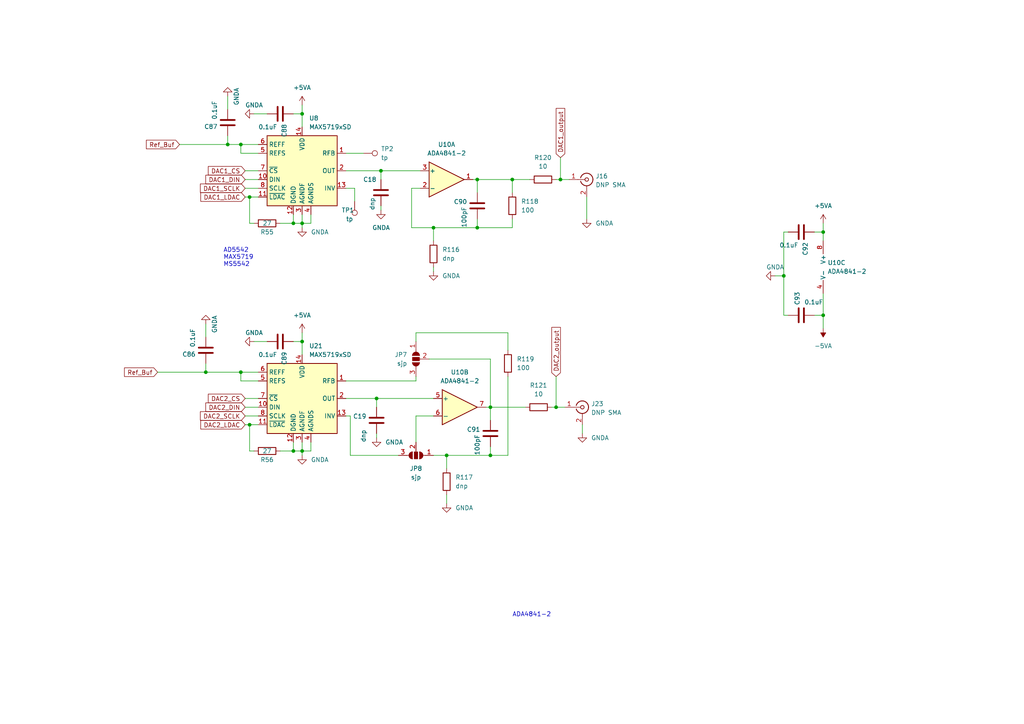
<source format=kicad_sch>
(kicad_sch (version 20211123) (generator eeschema)
  (paper "A4")
  (lib_symbols
    (symbol "Amplifier_Operational:NE5532" (pin_names (offset 0.127))
      (property "Reference" "U" (at 0 5.08 0))
      (property "Value" "NE5532" (at 0 -5.08 0))
      (symbol "NE5532_1_1"
        (polyline (pts (xy -5.08 5.08) (xy 5.08 0) (xy -5.08 -5.08) (xy -5.08 5.08)) (stroke (width 0.254)) (fill (type background)))
        (pin output line (at 7.62 0 180) (length 2.54) (name "~") (number "1"))
        (pin input line (at -7.62 -2.54 0) (length 2.54) (name "-") (number "2"))
        (pin input line (at -7.62 2.54 0) (length 2.54) (name "+") (number "3"))
      )
      (symbol "NE5532_2_1"
        (polyline (pts (xy -5.08 5.08) (xy 5.08 0) (xy -5.08 -5.08) (xy -5.08 5.08)) (stroke (width 0.254)) (fill (type background)))
        (pin input line (at -7.62 2.54 0) (length 2.54) (name "+") (number "5"))
        (pin input line (at -7.62 -2.54 0) (length 2.54) (name "-") (number "6"))
        (pin output line (at 7.62 0 180) (length 2.54) (name "~") (number "7"))
      )
      (symbol "NE5532_3_1"
        (pin power_in line (at -2.54 -7.62 90) (length 3.81) (name "V-") (number "4"))
        (pin power_in line (at -2.54 7.62 270) (length 3.81) (name "V+") (number "8"))
      )
    )
    (symbol "Analog_DAC:MAX5719xSD"
      (property "Reference" "U" (at -10.16 11.43 0))
      (property "Value" "MAX5719xSD" (at 1.27 11.43 0))
      (symbol "MAX5719xSD_0_1"
        (rectangle (start -10.16 10.16) (end 10.16 -10.16) (stroke (width 0.254)) (fill (type background)))
      )
      (symbol "MAX5719xSD_1_1"
        (pin passive line (at 12.7 5.08 180) (length 2.54) (name "RFB") (number "1"))
        (pin input line (at -12.7 -2.54 0) (length 2.54) (name "DIN") (number "10"))
        (pin input line (at -12.7 -7.62 0) (length 2.54) (name "~{LDAC}") (number "11"))
        (pin power_in line (at -2.54 -12.7 90) (length 2.54) (name "DGND") (number "12"))
        (pin passive line (at 12.7 -5.08 180) (length 2.54) (name "INV") (number "13"))
        (pin power_in line (at 0 12.7 270) (length 2.54) (name "VDD") (number "14"))
        (pin output line (at 12.7 0 180) (length 2.54) (name "OUT") (number "2"))
        (pin power_in line (at 0 -12.7 90) (length 2.54) (name "AGNDF") (number "3"))
        (pin power_in line (at 2.54 -12.7 90) (length 2.54) (name "AGNDS") (number "4"))
        (pin input line (at -12.7 5.08 0) (length 2.54) (name "REFS") (number "5"))
        (pin input line (at -12.7 7.62 0) (length 2.54) (name "REFF") (number "6"))
        (pin input line (at -12.7 0 0) (length 2.54) (name "~{CS}") (number "7"))
        (pin input line (at -12.7 -5.08 0) (length 2.54) (name "SCLK") (number "8"))
        (pin no_connect line (at 10.16 -7.62 180) (length 2.54) hide (name "NC") (number "9"))
      )
    )
    (symbol "Connector:Conn_Coaxial" (pin_names (offset 1.016) hide)
      (property "Reference" "J" (at 0.254 3.048 0))
      (property "Value" "Conn_Coaxial" (at 2.921 0 90))
      (symbol "Conn_Coaxial_0_1"
        (arc (start -1.778 -0.508) (mid 0.2311 -1.8066) (end 1.778 0) (stroke (width 0.254)))
        (polyline (pts (xy -2.54 0) (xy -0.508 0)))
        (polyline (pts (xy 0 -2.54) (xy 0 -1.778)))
        (circle (center 0 0) (radius 0.508) (stroke (width 0.2032)))
        (arc (start 1.778 0) (mid 0.2099 1.8101) (end -1.778 0.508) (stroke (width 0.254)))
      )
      (symbol "Conn_Coaxial_1_1"
        (pin passive line (at -5.08 0 0) (length 2.54) (name "In") (number "1"))
        (pin passive line (at 0 -5.08 90) (length 2.54) (name "Ext") (number "2"))
      )
    )
    (symbol "Connector:TestPoint" (pin_numbers hide) (pin_names (offset 0.762) hide)
      (property "Reference" "TP" (at 0 6.858 0))
      (property "Value" "TestPoint" (at 0 5.08 0))
      (symbol "TestPoint_0_1"
        (circle (center 0 3.302) (radius 0.762))
      )
      (symbol "TestPoint_1_1"
        (pin passive line (at 0 0 90) (length 2.54) (name "1") (number "1"))
      )
    )
    (symbol "Device:C" (pin_numbers hide) (pin_names (offset 0.254))
      (property "Reference" "C" (at 0.635 2.54 0))
      (property "Value" "C" (at 0.635 -2.54 0))
      (symbol "C_0_1"
        (polyline (pts (xy -2.032 -0.762) (xy 2.032 -0.762)) (stroke (width 0.508)))
        (polyline (pts (xy -2.032 0.762) (xy 2.032 0.762)) (stroke (width 0.508)))
      )
      (symbol "C_1_1"
        (pin passive line (at 0 3.81 270) (length 2.794) (name "~") (number "1"))
        (pin passive line (at 0 -3.81 90) (length 2.794) (name "~") (number "2"))
      )
    )
    (symbol "Device:R" (pin_numbers hide) (pin_names (offset 0))
      (property "Reference" "R" (at 2.032 0 90))
      (property "Value" "R" (at 0 0 90))
      (symbol "R_0_1"
        (rectangle (start -1.016 -2.54) (end 1.016 2.54) (stroke (width 0.254)))
      )
      (symbol "R_1_1"
        (pin passive line (at 0 3.81 270) (length 1.27) (name "~") (number "1"))
        (pin passive line (at 0 -3.81 90) (length 1.27) (name "~") (number "2"))
      )
    )
    (symbol "Jumper:SolderJumper_3_Open" (pin_names (offset 0) hide)
      (property "Reference" "JP" (at -2.54 -2.54 0))
      (property "Value" "SolderJumper_3_Open" (at 0 2.794 0))
      (symbol "SolderJumper_3_Open_0_1"
        (arc (start -1.016 1.016) (mid -2.032 0) (end -1.016 -1.016))
        (arc (start -1.016 1.016) (mid -2.032 0) (end -1.016 -1.016) (fill (type outline)))
        (rectangle (start -0.508 1.016) (end 0.508 -1.016) (fill (type outline)))
        (polyline (pts (xy -2.54 0) (xy -2.032 0)))
        (polyline (pts (xy -1.016 1.016) (xy -1.016 -1.016)))
        (polyline (pts (xy 0 -1.27) (xy 0 -1.016)))
        (polyline (pts (xy 1.016 1.016) (xy 1.016 -1.016)))
        (polyline (pts (xy 2.54 0) (xy 2.032 0)))
        (arc (start 1.016 -1.016) (mid 2.032 0) (end 1.016 1.016))
        (arc (start 1.016 -1.016) (mid 2.032 0) (end 1.016 1.016) (fill (type outline)))
      )
      (symbol "SolderJumper_3_Open_1_1"
        (pin passive line (at -5.08 0 0) (length 2.54) (name "A") (number "1"))
        (pin passive line (at 0 -3.81 90) (length 2.54) (name "C") (number "2"))
        (pin passive line (at 5.08 0 180) (length 2.54) (name "B") (number "3"))
      )
    )
    (symbol "power:+5VA" (power) (pin_names (offset 0))
      (property "Value" "+5VA" (at 0 3.556 0))
      (symbol "+5VA_0_1"
        (polyline (pts (xy -0.762 1.27) (xy 0 2.54)))
        (polyline (pts (xy 0 0) (xy 0 2.54)))
        (polyline (pts (xy 0 2.54) (xy 0.762 1.27)))
      )
      (symbol "+5VA_1_1"
        (pin power_in line (at 0 0 90) (length 0) hide (name "+5VA") (number "1"))
      )
    )
    (symbol "power:-5VA" (power) (pin_names (offset 0))
      (property "Value" "-5VA" (at 0 3.81 0))
      (symbol "-5VA_0_0"
        (pin power_in line (at 0 0 90) (length 0) hide (name "-5VA") (number "1"))
      )
      (symbol "-5VA_0_1"
        (polyline (pts (xy 0 0) (xy 0 1.27) (xy 0.762 1.27) (xy 0 2.54) (xy -0.762 1.27) (xy 0 1.27)) (fill (type outline)))
      )
    )
    (symbol "power:GNDA" (power) (pin_names (offset 0))
      (property "Value" "GNDA" (at 0 -3.81 0))
      (symbol "GNDA_0_1"
        (polyline (pts (xy 0 0) (xy 0 -1.27) (xy 1.27 -1.27) (xy 0 -2.54) (xy -1.27 -1.27) (xy 0 -1.27)))
      )
      (symbol "GNDA_1_1"
        (pin power_in line (at 0 0 270) (length 0) hide (name "GNDA") (number "1"))
      )
    )
  )
  (junction (at 87.63 130.81))
  (junction (at 59.69 107.95))
  (junction (at 87.63 99.06))
  (junction (at 238.76 67.31))
  (junction (at 161.29 118.11))
  (junction (at 87.63 64.77))
  (junction (at 238.76 91.44))
  (junction (at 69.85 41.91))
  (junction (at 109.22 115.57))
  (junction (at 72.39 123.19))
  (junction (at 142.24 118.11))
  (junction (at 125.73 66.04))
  (junction (at 148.59 52.07))
  (junction (at 227.33 80.01))
  (junction (at 66.04 41.91))
  (junction (at 110.49 49.53))
  (junction (at 85.09 64.77))
  (junction (at 85.09 130.81))
  (junction (at 87.63 33.02))
  (junction (at 162.56 52.07))
  (junction (at 142.24 132.08))
  (junction (at 138.43 66.04))
  (junction (at 72.39 57.15))
  (junction (at 129.54 132.08))
  (junction (at 138.43 52.07))
  (junction (at 69.85 107.95))
  (wire (pts (xy 227.33 91.44) (xy 228.6 91.44)))
  (wire (pts (xy 109.22 115.57) (xy 125.73 115.57)))
  (wire (pts (xy 125.73 78.74) (xy 125.73 77.47)))
  (wire (pts (xy 85.09 128.27) (xy 85.09 130.81)))
  (wire (pts (xy 66.04 39.37) (xy 66.04 41.91)))
  (wire (pts (xy 87.63 128.27) (xy 87.63 130.81)))
  (wire (pts (xy 71.12 52.07) (xy 74.93 52.07)))
  (wire (pts (xy 100.33 44.45) (xy 105.41 44.45)))
  (wire (pts (xy 100.33 115.57) (xy 109.22 115.57)))
  (wire (pts (xy 100.33 49.53) (xy 110.49 49.53)))
  (wire (pts (xy 110.49 60.96) (xy 110.49 59.69)))
  (wire (pts (xy 161.29 52.07) (xy 162.56 52.07)))
  (wire (pts (xy 90.17 130.81) (xy 87.63 130.81)))
  (wire (pts (xy 168.91 125.73) (xy 168.91 123.19)))
  (wire (pts (xy 69.85 110.49) (xy 74.93 110.49)))
  (wire (pts (xy 119.38 54.61) (xy 121.92 54.61)))
  (wire (pts (xy 45.72 107.95) (xy 59.69 107.95)))
  (wire (pts (xy 238.76 91.44) (xy 236.22 91.44)))
  (wire (pts (xy 236.22 67.31) (xy 238.76 67.31)))
  (wire (pts (xy 142.24 129.54) (xy 142.24 132.08)))
  (wire (pts (xy 120.65 128.27) (xy 120.65 120.65)))
  (wire (pts (xy 69.85 41.91) (xy 74.93 41.91)))
  (wire (pts (xy 124.46 104.14) (xy 142.24 104.14)))
  (wire (pts (xy 87.63 30.48) (xy 87.63 33.02)))
  (wire (pts (xy 66.04 41.91) (xy 69.85 41.91)))
  (wire (pts (xy 148.59 55.88) (xy 148.59 52.07)))
  (wire (pts (xy 138.43 66.04) (xy 125.73 66.04)))
  (wire (pts (xy 87.63 33.02) (xy 87.63 36.83)))
  (wire (pts (xy 148.59 52.07) (xy 153.67 52.07)))
  (wire (pts (xy 85.09 64.77) (xy 87.63 64.77)))
  (wire (pts (xy 125.73 69.85) (xy 125.73 66.04)))
  (wire (pts (xy 71.12 49.53) (xy 74.93 49.53)))
  (wire (pts (xy 170.18 63.5) (xy 170.18 57.15)))
  (wire (pts (xy 138.43 66.04) (xy 148.59 66.04)))
  (wire (pts (xy 81.28 130.81) (xy 85.09 130.81)))
  (wire (pts (xy 52.07 41.91) (xy 66.04 41.91)))
  (wire (pts (xy 147.32 109.22) (xy 147.32 132.08)))
  (wire (pts (xy 85.09 62.23) (xy 85.09 64.77)))
  (wire (pts (xy 90.17 64.77) (xy 87.63 64.77)))
  (wire (pts (xy 160.02 118.11) (xy 161.29 118.11)))
  (wire (pts (xy 72.39 123.19) (xy 74.93 123.19)))
  (wire (pts (xy 87.63 99.06) (xy 87.63 102.87)))
  (wire (pts (xy 59.69 107.95) (xy 69.85 107.95)))
  (wire (pts (xy 71.12 123.19) (xy 72.39 123.19)))
  (wire (pts (xy 147.32 132.08) (xy 142.24 132.08)))
  (wire (pts (xy 129.54 132.08) (xy 125.73 132.08)))
  (wire (pts (xy 238.76 67.31) (xy 238.76 69.85)))
  (wire (pts (xy 138.43 52.07) (xy 148.59 52.07)))
  (wire (pts (xy 161.29 109.22) (xy 161.29 118.11)))
  (wire (pts (xy 69.85 41.91) (xy 69.85 44.45)))
  (wire (pts (xy 138.43 55.88) (xy 138.43 52.07)))
  (wire (pts (xy 138.43 63.5) (xy 138.43 66.04)))
  (wire (pts (xy 77.47 33.02) (xy 73.66 33.02)))
  (wire (pts (xy 120.65 109.22) (xy 120.65 110.49)))
  (wire (pts (xy 73.66 64.77) (xy 72.39 64.77)))
  (wire (pts (xy 142.24 104.14) (xy 142.24 118.11)))
  (wire (pts (xy 85.09 130.81) (xy 87.63 130.81)))
  (wire (pts (xy 161.29 118.11) (xy 163.83 118.11)))
  (wire (pts (xy 77.47 99.06) (xy 73.66 99.06)))
  (wire (pts (xy 69.85 44.45) (xy 74.93 44.45)))
  (wire (pts (xy 129.54 146.05) (xy 129.54 143.51)))
  (wire (pts (xy 120.65 99.06) (xy 120.65 96.52)))
  (wire (pts (xy 238.76 64.77) (xy 238.76 67.31)))
  (wire (pts (xy 72.39 130.81) (xy 72.39 123.19)))
  (wire (pts (xy 72.39 64.77) (xy 72.39 57.15)))
  (wire (pts (xy 73.66 130.81) (xy 72.39 130.81)))
  (wire (pts (xy 162.56 52.07) (xy 165.1 52.07)))
  (wire (pts (xy 87.63 96.52) (xy 87.63 99.06)))
  (wire (pts (xy 100.33 120.65) (xy 101.6 120.65)))
  (wire (pts (xy 90.17 128.27) (xy 90.17 130.81)))
  (wire (pts (xy 110.49 49.53) (xy 121.92 49.53)))
  (wire (pts (xy 142.24 118.11) (xy 152.4 118.11)))
  (wire (pts (xy 120.65 120.65) (xy 125.73 120.65)))
  (wire (pts (xy 119.38 66.04) (xy 125.73 66.04)))
  (wire (pts (xy 85.09 99.06) (xy 87.63 99.06)))
  (wire (pts (xy 69.85 107.95) (xy 69.85 110.49)))
  (wire (pts (xy 101.6 120.65) (xy 101.6 132.08)))
  (wire (pts (xy 71.12 57.15) (xy 72.39 57.15)))
  (wire (pts (xy 59.69 97.79) (xy 59.69 93.98)))
  (wire (pts (xy 72.39 57.15) (xy 74.93 57.15)))
  (wire (pts (xy 71.12 120.65) (xy 74.93 120.65)))
  (wire (pts (xy 148.59 63.5) (xy 148.59 66.04)))
  (wire (pts (xy 224.79 80.01) (xy 227.33 80.01)))
  (wire (pts (xy 142.24 118.11) (xy 140.97 118.11)))
  (wire (pts (xy 71.12 54.61) (xy 74.93 54.61)))
  (wire (pts (xy 59.69 105.41) (xy 59.69 107.95)))
  (wire (pts (xy 227.33 80.01) (xy 227.33 91.44)))
  (wire (pts (xy 119.38 54.61) (xy 119.38 66.04)))
  (wire (pts (xy 238.76 85.09) (xy 238.76 91.44)))
  (wire (pts (xy 109.22 118.11) (xy 109.22 115.57)))
  (wire (pts (xy 227.33 67.31) (xy 228.6 67.31)))
  (wire (pts (xy 147.32 101.6) (xy 147.32 96.52)))
  (wire (pts (xy 71.12 115.57) (xy 74.93 115.57)))
  (wire (pts (xy 142.24 121.92) (xy 142.24 118.11)))
  (wire (pts (xy 142.24 132.08) (xy 129.54 132.08)))
  (wire (pts (xy 101.6 132.08) (xy 115.57 132.08)))
  (wire (pts (xy 138.43 52.07) (xy 137.16 52.07)))
  (wire (pts (xy 129.54 135.89) (xy 129.54 132.08)))
  (wire (pts (xy 120.65 96.52) (xy 147.32 96.52)))
  (wire (pts (xy 69.85 107.95) (xy 74.93 107.95)))
  (wire (pts (xy 100.33 110.49) (xy 120.65 110.49)))
  (wire (pts (xy 110.49 52.07) (xy 110.49 49.53)))
  (wire (pts (xy 100.33 54.61) (xy 102.87 54.61)))
  (wire (pts (xy 87.63 64.77) (xy 87.63 66.04)))
  (wire (pts (xy 71.12 118.11) (xy 74.93 118.11)))
  (wire (pts (xy 66.04 31.75) (xy 66.04 27.94)))
  (wire (pts (xy 109.22 127) (xy 109.22 125.73)))
  (wire (pts (xy 102.87 58.42) (xy 102.87 54.61)))
  (wire (pts (xy 90.17 62.23) (xy 90.17 64.77)))
  (wire (pts (xy 162.56 45.72) (xy 162.56 52.07)))
  (wire (pts (xy 85.09 33.02) (xy 87.63 33.02)))
  (wire (pts (xy 238.76 95.25) (xy 238.76 91.44)))
  (wire (pts (xy 81.28 64.77) (xy 85.09 64.77)))
  (wire (pts (xy 227.33 80.01) (xy 227.33 67.31)))
  (wire (pts (xy 87.63 62.23) (xy 87.63 64.77)))
  (wire (pts (xy 87.63 130.81) (xy 87.63 132.08)))
  (text "\nADA4841-2" (at 148.59 179.07 0) (effects (font (size 1.27 1.27)) (justify left bottom)))
  (text "AD5542\nMAX5719\nMS5542\n" (at 64.77 77.47 0) (effects (font (size 1.27 1.27)) (justify left bottom)))
  (global_label "Ref_Buf" (shape input) (at 45.72 107.95 180) (property "Intersheet References" "${INTERSHEET_REFS}" (effects hide)))
  (global_label "DAC2_LDAC" (shape input) (at 71.12 123.19 180) (property "Intersheet References" "${INTERSHEET_REFS}" (effects hide)))
  (global_label "DAC2_output" (shape input) (at 161.29 109.22 90) (property "Intersheet References" "${INTERSHEET_REFS}" (effects hide)))
  (global_label "DAC1_LDAC" (shape input) (at 71.12 57.15 180) (property "Intersheet References" "${INTERSHEET_REFS}" (effects hide)))
  (global_label "DAC1_SCLK" (shape input) (at 71.12 54.61 180) (property "Intersheet References" "${INTERSHEET_REFS}" (effects hide)))
  (global_label "Ref_Buf" (shape input) (at 52.07 41.91 180) (property "Intersheet References" "${INTERSHEET_REFS}" (effects hide)))
  (global_label "DAC2_CS" (shape input) (at 71.12 115.57 180) (property "Intersheet References" "${INTERSHEET_REFS}" (effects hide)))
  (global_label "DAC1_DIN" (shape input) (at 71.12 52.07 180) (property "Intersheet References" "${INTERSHEET_REFS}" (effects hide)))
  (global_label "DAC1_CS" (shape input) (at 71.12 49.53 180) (property "Intersheet References" "${INTERSHEET_REFS}" (effects hide)))
  (global_label "DAC2_SCLK" (shape input) (at 71.12 120.65 180) (property "Intersheet References" "${INTERSHEET_REFS}" (effects hide)))
  (global_label "DAC1_output" (shape input) (at 162.56 45.72 90) (property "Intersheet References" "${INTERSHEET_REFS}" (effects hide)))
  (global_label "DAC2_DIN" (shape input) (at 71.12 118.11 180) (property "Intersheet References" "${INTERSHEET_REFS}" (effects hide)))
  (symbol (lib_id "power:GNDA") (at 73.66 33.02 270) (unit 1)
    (property "Reference" "#PWR015" (effects hide))
    (property "Value" "GNDA" (at 71.12 30.48 90) (effects (justify left)))
  )
  (symbol (lib_id "power:GNDA") (at 59.69 93.98 180) (unit 1)
    (property "Reference" "#PWR013" (effects hide))
    (property "Value" "GNDA" (at 62.23 91.44 90) (effects (justify left)))
  )
  (symbol (lib_id "Device:R") (at 125.73 73.66 0) (mirror y) (unit 1)
    (property "Reference" "R116" (at 128.27 72.3899 0) (effects (justify right)))
    (property "Value" "dnp" (at 128.27 74.9299 0) (effects (justify right)))
    (property "Footprint" "Resistor_SMD:R_0805_2012Metric" (effects hide))
  )
  (symbol (lib_id "power:GNDA") (at 87.63 66.04 0) (unit 1)
    (property "Reference" "#PWR018" (effects hide))
    (property "Value" "GNDA" (at 90.17 67.3099 0) (effects (justify left)))
  )
  (symbol (lib_id "power:GNDA") (at 224.79 80.01 270) (unit 1)
    (property "Reference" "#PWR025" (effects hide))
    (property "Value" "GNDA" (at 222.25 77.47 90) (effects (justify left)))
  )
  (symbol (lib_id "Device:R") (at 156.21 118.11 90) (mirror x) (unit 1)
    (property "Reference" "R121" (at 156.21 111.76 90))
    (property "Value" "10" (at 156.21 114.3 90))
    (property "Footprint" "Resistor_SMD:R_0805_2012Metric" (effects hide))
  )
  (symbol (lib_id "Device:R") (at 148.59 59.69 0) (mirror y) (unit 1)
    (property "Reference" "R118" (at 151.13 58.4199 0) (effects (justify right)))
    (property "Value" "100" (at 151.13 60.9599 0) (effects (justify right)))
    (property "Footprint" "Resistor_SMD:R_0805_2012Metric" (effects hide))
  )
  (symbol (lib_id "Device:C") (at 59.69 101.6 180) (unit 1)
    (property "Reference" "C86" (at 56.769 102.7684 0) (effects (justify left)))
    (property "Value" "0.1uF" (at 55.88 95.25 90) (effects (justify left)))
    (property "Footprint" "Capacitor_SMD:C_0603_1608Metric_Pad1.08x0.95mm_HandSolder" (effects hide))
  )
  (symbol (lib_id "Device:C") (at 66.04 35.56 180) (unit 1)
    (property "Reference" "C87" (at 63.119 36.7284 0) (effects (justify left)))
    (property "Value" "0.1uF" (at 62.23 29.21 90) (effects (justify left)))
    (property "Footprint" "Capacitor_SMD:C_0603_1608Metric_Pad1.08x0.95mm_HandSolder" (effects hide))
  )
  (symbol (lib_id "power:+5VA") (at 87.63 96.52 0) (unit 1)
    (property "Reference" "#PWR019" (effects hide))
    (property "Value" "+5VA" (at 87.63 91.44 0))
  )
  (symbol (lib_id "Device:C") (at 110.49 55.88 0) (mirror y) (unit 1)
    (property "Reference" "C18" (at 109.22 52.07 0) (effects (justify left)))
    (property "Value" "dnp" (at 107.95 60.96 90) (effects (justify left)))
    (property "Footprint" "Capacitor_SMD:C_0805_2012Metric" (effects hide))
  )
  (symbol (lib_id "Device:R") (at 157.48 52.07 90) (mirror x) (unit 1)
    (property "Reference" "R120" (at 157.48 45.72 90))
    (property "Value" "10" (at 157.48 48.26 90))
    (property "Footprint" "Resistor_SMD:R_0805_2012Metric" (effects hide))
  )
  (symbol (lib_id "Connector:Conn_Coaxial") (at 168.91 118.11 0) (unit 1)
    (property "Reference" "J23" (at 171.45 117.1331 0) (effects (justify left)))
    (property "Value" "DNP SMA" (at 171.45 119.6731 0) (effects (justify left)))
    (property "Footprint" "Connector_Coaxial:SMA_Amphenol_132134_Vertical" (effects hide))
    (property "Datasheet" " ~" (effects hide))
  )
  (symbol (lib_id "power:GNDA") (at 170.18 63.5 0) (unit 1)
    (property "Reference" "#PWR023" (effects hide))
    (property "Value" "GNDA" (at 172.72 64.7699 0) (effects (justify left)))
  )
  (symbol (lib_id "Device:R") (at 147.32 105.41 0) (mirror y) (unit 1)
    (property "Reference" "R119" (at 149.86 104.1399 0) (effects (justify right)))
    (property "Value" "100" (at 149.86 106.6799 0) (effects (justify right)))
    (property "Footprint" "Resistor_SMD:R_0805_2012Metric" (effects hide))
  )
  (symbol (lib_id "Analog_DAC:MAX5719xSD") (at 87.63 49.53 0) (unit 1)
    (property "Reference" "U8" (at 89.6494 34.29 0) (effects (justify left)))
    (property "Value" "MAX5719xSD" (at 89.6494 36.83 0) (effects (justify left)))
    (property "Footprint" "Package_SO:SOIC-14_3.9x8.7mm_P1.27mm" (effects hide))
    (property "Datasheet" "https://datasheets.maximintegrated.com/en/ds/MAX5717-MAX5719.pdf" (effects hide))
  )
  (symbol (lib_id "Amplifier_Operational:NE5532") (at 129.54 52.07 0) (unit 1)
    (property "Reference" "U10" (at 129.54 41.91 0))
    (property "Value" "ADA4841-2" (at 129.54 44.45 0))
    (property "Footprint" "Package_SO:SOIC-8_3.9x4.9mm_P1.27mm" (effects hide))
    (property "Datasheet" "http://www.ti.com/lit/ds/symlink/ne5532.pdf" (effects hide))
  )
  (symbol (lib_id "power:GNDA") (at 66.04 27.94 180) (unit 1)
    (property "Reference" "#PWR014" (effects hide))
    (property "Value" "GNDA" (at 68.58 25.4 90) (effects (justify left)))
  )
  (symbol (lib_id "Device:R") (at 77.47 64.77 270) (unit 1)
    (property "Reference" "R55" (at 77.47 67.31 90))
    (property "Value" "27" (at 77.47 64.77 90))
    (property "Footprint" "Resistor_SMD:R_0603_1608Metric_Pad0.98x0.95mm_HandSolder" (effects hide))
  )
  (symbol (lib_id "Device:C") (at 232.41 91.44 90) (unit 1)
    (property "Reference" "C93" (at 231.2416 88.519 0) (effects (justify left)))
    (property "Value" "0.1uF" (at 238.76 87.63 90) (effects (justify left)))
    (property "Footprint" "Capacitor_SMD:C_0603_1608Metric_Pad1.08x0.95mm_HandSolder" (effects hide))
  )
  (symbol (lib_id "Device:R") (at 129.54 139.7 0) (mirror y) (unit 1)
    (property "Reference" "R117" (at 132.08 138.4299 0) (effects (justify right)))
    (property "Value" "dnp" (at 132.08 140.9699 0) (effects (justify right)))
    (property "Footprint" "Resistor_SMD:R_0805_2012Metric" (effects hide))
  )
  (symbol (lib_id "Amplifier_Operational:NE5532") (at 241.3 77.47 0) (unit 3)
    (property "Reference" "U10" (at 240.03 76.1999 0) (effects (justify left)))
    (property "Value" "ADA4841-2" (at 240.03 78.7399 0) (effects (justify left)))
    (property "Datasheet" "http://www.ti.com/lit/ds/symlink/ne5532.pdf" (effects hide))
  )
  (symbol (lib_id "Jumper:SolderJumper_3_Open") (at 120.65 132.08 180) (unit 1)
    (property "Reference" "JP8" (at 120.65 135.89 0))
    (property "Value" "sjp" (at 120.65 138.43 0))
    (property "Footprint" "Jumper:SolderJumper-3_P1.3mm_Open_RoundedPad1.0x1.5mm" (effects hide))
  )
  (symbol (lib_id "Analog_DAC:MAX5719xSD") (at 87.63 115.57 0) (unit 1)
    (property "Reference" "U21" (at 89.6494 100.33 0) (effects (justify left)))
    (property "Value" "MAX5719xSD" (at 89.6494 102.87 0) (effects (justify left)))
    (property "Footprint" "Package_SO:SOIC-14_3.9x8.7mm_P1.27mm" (effects hide))
    (property "Datasheet" "https://datasheets.maximintegrated.com/en/ds/MAX5717-MAX5719.pdf" (effects hide))
  )
  (symbol (lib_id "Device:C") (at 142.24 125.73 0) (mirror y) (unit 1)
    (property "Reference" "C91" (at 139.319 124.5616 0) (effects (justify left)))
    (property "Value" "100pF" (at 138.43 132.08 90) (effects (justify left)))
    (property "Footprint" "Capacitor_SMD:C_0805_2012Metric" (effects hide))
  )
  (symbol (lib_id "Amplifier_Operational:NE5532") (at 133.35 118.11 0) (unit 2)
    (property "Reference" "U10" (at 133.35 107.95 0))
    (property "Value" "ADA4841-2" (at 133.35 110.49 0))
    (property "Datasheet" "http://www.ti.com/lit/ds/symlink/ne5532.pdf" (effects hide))
  )
  (symbol (lib_id "Device:C") (at 81.28 33.02 270) (unit 1)
    (property "Reference" "C88" (at 82.4484 35.941 0) (effects (justify left)))
    (property "Value" "0.1uF" (at 74.93 36.83 90) (effects (justify left)))
    (property "Footprint" "Capacitor_SMD:C_0603_1608Metric_Pad1.08x0.95mm_HandSolder" (effects hide))
  )
  (symbol (lib_id "Device:C") (at 232.41 67.31 270) (unit 1)
    (property "Reference" "C92" (at 233.5784 70.231 0) (effects (justify left)))
    (property "Value" "0.1uF" (at 226.06 71.12 90) (effects (justify left)))
    (property "Footprint" "Capacitor_SMD:C_0603_1608Metric_Pad1.08x0.95mm_HandSolder" (effects hide))
  )
  (symbol (lib_id "power:+5VA") (at 87.63 30.48 0) (unit 1)
    (property "Reference" "#PWR017" (effects hide))
    (property "Value" "+5VA" (at 87.63 25.4 0))
  )
  (symbol (lib_id "Connector:TestPoint") (at 102.87 58.42 180) (unit 1)
    (property "Reference" "TP1" (at 99.06 60.96 0) (effects (justify right)))
    (property "Value" "tp" (at 100.33 63.5 0) (effects (justify right)))
    (property "Footprint" "TestPoint:TestPoint_Pad_D1.0mm" (effects hide))
  )
  (symbol (lib_id "power:GNDA") (at 73.66 99.06 270) (unit 1)
    (property "Reference" "#PWR016" (effects hide))
    (property "Value" "GNDA" (at 71.12 96.52 90) (effects (justify left)))
  )
  (symbol (lib_id "power:GNDA") (at 129.54 146.05 0) (unit 1)
    (property "Reference" "#PWR022" (effects hide))
    (property "Value" "GNDA" (at 132.08 147.3199 0) (effects (justify left)))
  )
  (symbol (lib_id "Connector:TestPoint") (at 105.41 44.45 270) (unit 1)
    (property "Reference" "TP2" (at 110.49 43.1799 90) (effects (justify left)))
    (property "Value" "tp" (at 110.49 45.7199 90) (effects (justify left)))
    (property "Footprint" "TestPoint:TestPoint_Pad_D1.0mm" (effects hide))
  )
  (symbol (lib_id "Jumper:SolderJumper_3_Open") (at 120.65 104.14 90) (mirror x) (unit 1)
    (property "Reference" "JP7" (at 118.11 102.8699 90) (effects (justify left)))
    (property "Value" "sjp" (at 118.11 105.4099 90) (effects (justify left)))
    (property "Footprint" "Jumper:SolderJumper-3_P1.3mm_Open_RoundedPad1.0x1.5mm" (effects hide))
  )
  (symbol (lib_id "power:-5VA") (at 238.76 95.25 180) (unit 1)
    (property "Reference" "#PWR0238" (effects hide))
    (property "Value" "-5VA" (at 238.76 100.33 0))
  )
  (symbol (lib_id "power:GNDA") (at 87.63 132.08 0) (unit 1)
    (property "Reference" "#PWR020" (effects hide))
    (property "Value" "GNDA" (at 90.17 133.3499 0) (effects (justify left)))
  )
  (symbol (lib_id "Connector:Conn_Coaxial") (at 170.18 52.07 0) (unit 1)
    (property "Reference" "J16" (at 172.72 51.0931 0) (effects (justify left)))
    (property "Value" "DNP SMA" (at 172.72 53.6331 0) (effects (justify left)))
    (property "Footprint" "Connector_Coaxial:SMA_Amphenol_132134_Vertical" (effects hide))
    (property "Datasheet" " ~" (effects hide))
  )
  (symbol (lib_id "Device:R") (at 77.47 130.81 270) (unit 1)
    (property "Reference" "R56" (at 77.47 133.35 90))
    (property "Value" "27" (at 77.47 130.81 90))
    (property "Footprint" "Resistor_SMD:R_0603_1608Metric_Pad0.98x0.95mm_HandSolder" (effects hide))
  )
  (symbol (lib_id "power:GNDA") (at 109.22 127 0) (unit 1)
    (property "Reference" "#PWR0175" (effects hide))
    (property "Value" "GNDA" (at 111.76 128.2699 0) (effects (justify left)))
  )
  (symbol (lib_id "power:+5VA") (at 238.76 64.77 0) (unit 1)
    (property "Reference" "#PWR0239" (effects hide))
    (property "Value" "+5VA" (at 238.76 59.69 0))
  )
  (symbol (lib_id "Device:C") (at 138.43 59.69 0) (mirror y) (unit 1)
    (property "Reference" "C90" (at 135.509 58.5216 0) (effects (justify left)))
    (property "Value" "100pF" (at 134.62 66.04 90) (effects (justify left)))
    (property "Footprint" "Capacitor_SMD:C_0805_2012Metric" (effects hide))
  )
  (symbol (lib_id "Device:C") (at 81.28 99.06 270) (unit 1)
    (property "Reference" "C89" (at 82.4484 101.981 0) (effects (justify left)))
    (property "Value" "0.1uF" (at 74.93 102.87 90) (effects (justify left)))
    (property "Footprint" "Capacitor_SMD:C_0603_1608Metric_Pad1.08x0.95mm_HandSolder" (effects hide))
  )
  (symbol (lib_id "Device:C") (at 109.22 121.92 0) (mirror y) (unit 1)
    (property "Reference" "C19" (at 106.299 120.7516 0) (effects (justify left)))
    (property "Value" "dnp" (at 105.41 128.27 90) (effects (justify left)))
    (property "Footprint" "Capacitor_SMD:C_0805_2012Metric" (effects hide))
  )
  (symbol (lib_id "power:GNDA") (at 125.73 78.74 0) (unit 1)
    (property "Reference" "#PWR021" (effects hide))
    (property "Value" "GNDA" (at 128.27 80.0099 0) (effects (justify left)))
  )
  (symbol (lib_id "power:GNDA") (at 168.91 125.73 0) (unit 1)
    (property "Reference" "#PWR024" (effects hide))
    (property "Value" "GNDA" (at 171.45 126.9999 0) (effects (justify left)))
  )
  (symbol (lib_id "power:GNDA") (at 110.49 60.96 0) (unit 1)
    (property "Reference" "#PWR0176" (effects hide))
    (property "Value" "GNDA" (at 107.95 66.04 0) (effects (justify left)))
  )
)
</source>
